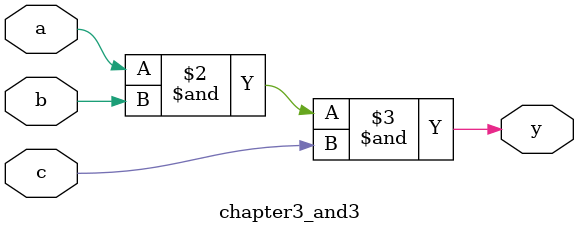
<source format=v>
module chapter3_and3(
    input a,b,c,
    output reg y
);   
always @* begin 
    //ÓÃy×öÁÙÊ±±äÁ¿ÁË
    y=a;
    y=a&b;
    y=y&c;
    
end
endmodule

/*

module chapter3_and3(
    input  a,b,c,
    output  Y
); 
assign y =a&b&c;//·½·¨1
endmodule
*/


</source>
